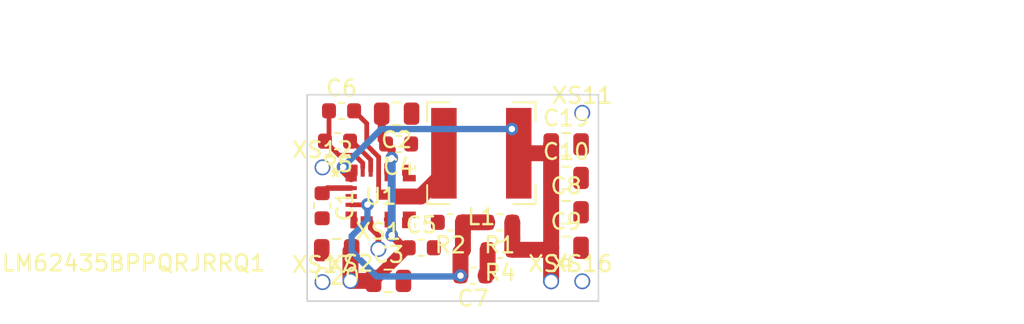
<source format=kicad_pcb>
(kicad_pcb (version 20171130) (host pcbnew "(5.1.5)-3")

  (general
    (thickness 1.6)
    (drawings 36)
    (tracks 87)
    (zones 0)
    (modules 25)
    (nets 13)
  )

  (page A4)
  (title_block
    (title BANO3)
    (date 2021-06-09)
    (rev 0000)
    (company Dolphines)
    (comment 1 0001)
    (comment 2 A.Zobenko)
  )

  (layers
    (0 F.Cu signal)
    (31 B.Cu signal)
    (32 B.Adhes user)
    (33 F.Adhes user)
    (34 B.Paste user)
    (35 F.Paste user)
    (36 B.SilkS user)
    (37 F.SilkS user)
    (38 B.Mask user)
    (39 F.Mask user)
    (40 Dwgs.User user)
    (41 Cmts.User user)
    (42 Eco1.User user)
    (43 Eco2.User user)
    (44 Edge.Cuts user)
    (45 Margin user)
    (46 B.CrtYd user)
    (47 F.CrtYd user)
    (48 B.Fab user)
    (49 F.Fab user)
  )

  (setup
    (last_trace_width 0.25)
    (user_trace_width 0.3)
    (user_trace_width 0.35)
    (user_trace_width 0.4)
    (user_trace_width 0.5)
    (user_trace_width 0.75)
    (user_trace_width 1)
    (trace_clearance 0.2)
    (zone_clearance 0.508)
    (zone_45_only no)
    (trace_min 0.2)
    (via_size 0.8)
    (via_drill 0.4)
    (via_min_size 0.4)
    (via_min_drill 0.3)
    (uvia_size 0.3)
    (uvia_drill 0.1)
    (uvias_allowed no)
    (uvia_min_size 0.2)
    (uvia_min_drill 0.1)
    (edge_width 0.05)
    (segment_width 0.2)
    (pcb_text_width 0.3)
    (pcb_text_size 1.5 1.5)
    (mod_edge_width 0.12)
    (mod_text_size 1 1)
    (mod_text_width 0.15)
    (pad_size 1.425 1.75)
    (pad_drill 0)
    (pad_to_mask_clearance 0.051)
    (solder_mask_min_width 0.25)
    (aux_axis_origin 0 0)
    (visible_elements 7FFFFFFF)
    (pcbplotparams
      (layerselection 0x010fc_ffffffff)
      (usegerberextensions false)
      (usegerberattributes false)
      (usegerberadvancedattributes false)
      (creategerberjobfile false)
      (excludeedgelayer true)
      (linewidth 0.100000)
      (plotframeref false)
      (viasonmask false)
      (mode 1)
      (useauxorigin false)
      (hpglpennumber 1)
      (hpglpenspeed 20)
      (hpglpendiameter 15.000000)
      (psnegative false)
      (psa4output false)
      (plotreference true)
      (plotvalue true)
      (plotinvisibletext false)
      (padsonsilk false)
      (subtractmaskfromsilk false)
      (outputformat 1)
      (mirror false)
      (drillshape 1)
      (scaleselection 1)
      (outputdirectory ""))
  )

  (net 0 "")
  (net 1 GND)
  (net 2 "Net-(C1-Pad1)")
  (net 3 VCC)
  (net 4 "Net-(C6-Pad1)")
  (net 5 "Net-(C6-Pad2)")
  (net 6 "Net-(C7-Pad2)")
  (net 7 "Net-(C7-Pad1)")
  (net 8 "Net-(C10-Pad1)")
  (net 9 "Net-(R5-Pad1)")
  (net 10 "Net-(XS11-Pad1)")
  (net 11 "Net-(XS12-Pad1)")
  (net 12 "Net-(U1-Pad7)")

  (net_class Default "Это класс цепей по умолчанию."
    (clearance 0.2)
    (trace_width 0.25)
    (via_dia 0.8)
    (via_drill 0.4)
    (uvia_dia 0.3)
    (uvia_drill 0.1)
    (add_net GND)
    (add_net "Net-(C1-Pad1)")
    (add_net "Net-(C10-Pad1)")
    (add_net "Net-(C6-Pad1)")
    (add_net "Net-(C6-Pad2)")
    (add_net "Net-(C7-Pad1)")
    (add_net "Net-(C7-Pad2)")
    (add_net "Net-(R5-Pad1)")
    (add_net "Net-(U1-Pad7)")
    (add_net "Net-(XS11-Pad1)")
    (add_net "Net-(XS12-Pad1)")
    (add_net VCC)
  )

  (module Capacitor_SMD:C_0603_1608Metric (layer F.Cu) (tedit 5B301BBE) (tstamp 60DA1099)
    (at 1031.7734 1000.2773 270)
    (descr "Capacitor SMD 0603 (1608 Metric), square (rectangular) end terminal, IPC_7351 nominal, (Body size source: http://www.tortai-tech.com/upload/download/2011102023233369053.pdf), generated with kicad-footprint-generator")
    (tags capacitor)
    (path /60C3557B)
    (attr smd)
    (fp_text reference C1 (at 0 -1.43 90) (layer F.SilkS)
      (effects (font (size 1 1) (thickness 0.15)))
    )
    (fp_text value 1uF (at 0 1.43 90) (layer F.Fab)
      (effects (font (size 1 1) (thickness 0.15)))
    )
    (fp_text user %R (at 0 0 90) (layer F.Fab)
      (effects (font (size 0.4 0.4) (thickness 0.06)))
    )
    (fp_line (start 1.48 0.73) (end -1.48 0.73) (layer F.CrtYd) (width 0.05))
    (fp_line (start 1.48 -0.73) (end 1.48 0.73) (layer F.CrtYd) (width 0.05))
    (fp_line (start -1.48 -0.73) (end 1.48 -0.73) (layer F.CrtYd) (width 0.05))
    (fp_line (start -1.48 0.73) (end -1.48 -0.73) (layer F.CrtYd) (width 0.05))
    (fp_line (start -0.162779 0.51) (end 0.162779 0.51) (layer F.SilkS) (width 0.12))
    (fp_line (start -0.162779 -0.51) (end 0.162779 -0.51) (layer F.SilkS) (width 0.12))
    (fp_line (start 0.8 0.4) (end -0.8 0.4) (layer F.Fab) (width 0.1))
    (fp_line (start 0.8 -0.4) (end 0.8 0.4) (layer F.Fab) (width 0.1))
    (fp_line (start -0.8 -0.4) (end 0.8 -0.4) (layer F.Fab) (width 0.1))
    (fp_line (start -0.8 0.4) (end -0.8 -0.4) (layer F.Fab) (width 0.1))
    (pad 2 smd roundrect (at 0.7875 0 270) (size 0.875 0.95) (layers F.Cu F.Paste F.Mask) (roundrect_rratio 0.25)
      (net 1 GND))
    (pad 1 smd roundrect (at -0.7875 0 270) (size 0.875 0.95) (layers F.Cu F.Paste F.Mask) (roundrect_rratio 0.25)
      (net 2 "Net-(C1-Pad1)"))
    (model ${KISYS3DMOD}/Capacitor_SMD.3dshapes/C_0603_1608Metric.wrl
      (at (xyz 0 0 0))
      (scale (xyz 1 1 1))
      (rotate (xyz 0 0 0))
    )
  )

  (module Capacitor_SMD:C_0805_2012Metric (layer F.Cu) (tedit 5B36C52B) (tstamp 60DA10AA)
    (at 1036.4493 994.4862 180)
    (descr "Capacitor SMD 0805 (2012 Metric), square (rectangular) end terminal, IPC_7351 nominal, (Body size source: https://docs.google.com/spreadsheets/d/1BsfQQcO9C6DZCsRaXUlFlo91Tg2WpOkGARC1WS5S8t0/edit?usp=sharing), generated with kicad-footprint-generator")
    (tags capacitor)
    (path /60C02A31)
    (attr smd)
    (fp_text reference C2 (at 0 -1.65) (layer F.SilkS)
      (effects (font (size 1 1) (thickness 0.15)))
    )
    (fp_text value 4.7uF (at 0 1.65) (layer F.Fab)
      (effects (font (size 1 1) (thickness 0.15)))
    )
    (fp_line (start -1 0.6) (end -1 -0.6) (layer F.Fab) (width 0.1))
    (fp_line (start -1 -0.6) (end 1 -0.6) (layer F.Fab) (width 0.1))
    (fp_line (start 1 -0.6) (end 1 0.6) (layer F.Fab) (width 0.1))
    (fp_line (start 1 0.6) (end -1 0.6) (layer F.Fab) (width 0.1))
    (fp_line (start -0.258578 -0.71) (end 0.258578 -0.71) (layer F.SilkS) (width 0.12))
    (fp_line (start -0.258578 0.71) (end 0.258578 0.71) (layer F.SilkS) (width 0.12))
    (fp_line (start -1.68 0.95) (end -1.68 -0.95) (layer F.CrtYd) (width 0.05))
    (fp_line (start -1.68 -0.95) (end 1.68 -0.95) (layer F.CrtYd) (width 0.05))
    (fp_line (start 1.68 -0.95) (end 1.68 0.95) (layer F.CrtYd) (width 0.05))
    (fp_line (start 1.68 0.95) (end -1.68 0.95) (layer F.CrtYd) (width 0.05))
    (fp_text user %R (at 0 0) (layer F.Fab)
      (effects (font (size 0.5 0.5) (thickness 0.08)))
    )
    (pad 1 smd roundrect (at -0.9375 0 180) (size 0.975 1.4) (layers F.Cu F.Paste F.Mask) (roundrect_rratio 0.25)
      (net 1 GND))
    (pad 2 smd roundrect (at 0.9375 0 180) (size 0.975 1.4) (layers F.Cu F.Paste F.Mask) (roundrect_rratio 0.25)
      (net 3 VCC))
    (model ${KISYS3DMOD}/Capacitor_SMD.3dshapes/C_0805_2012Metric.wrl
      (at (xyz 0 0 0))
      (scale (xyz 1 1 1))
      (rotate (xyz 0 0 0))
    )
  )

  (module Capacitor_SMD:C_0805_2012Metric (layer F.Cu) (tedit 5B36C52B) (tstamp 60DA10BB)
    (at 1035.9413 1005.0018)
    (descr "Capacitor SMD 0805 (2012 Metric), square (rectangular) end terminal, IPC_7351 nominal, (Body size source: https://docs.google.com/spreadsheets/d/1BsfQQcO9C6DZCsRaXUlFlo91Tg2WpOkGARC1WS5S8t0/edit?usp=sharing), generated with kicad-footprint-generator")
    (tags capacitor)
    (path /60BFA4F2)
    (attr smd)
    (fp_text reference C3 (at 0 -1.65) (layer F.SilkS)
      (effects (font (size 1 1) (thickness 0.15)))
    )
    (fp_text value 4.7uF (at 0 1.65) (layer F.Fab)
      (effects (font (size 1 1) (thickness 0.15)))
    )
    (fp_line (start -1 0.6) (end -1 -0.6) (layer F.Fab) (width 0.1))
    (fp_line (start -1 -0.6) (end 1 -0.6) (layer F.Fab) (width 0.1))
    (fp_line (start 1 -0.6) (end 1 0.6) (layer F.Fab) (width 0.1))
    (fp_line (start 1 0.6) (end -1 0.6) (layer F.Fab) (width 0.1))
    (fp_line (start -0.258578 -0.71) (end 0.258578 -0.71) (layer F.SilkS) (width 0.12))
    (fp_line (start -0.258578 0.71) (end 0.258578 0.71) (layer F.SilkS) (width 0.12))
    (fp_line (start -1.68 0.95) (end -1.68 -0.95) (layer F.CrtYd) (width 0.05))
    (fp_line (start -1.68 -0.95) (end 1.68 -0.95) (layer F.CrtYd) (width 0.05))
    (fp_line (start 1.68 -0.95) (end 1.68 0.95) (layer F.CrtYd) (width 0.05))
    (fp_line (start 1.68 0.95) (end -1.68 0.95) (layer F.CrtYd) (width 0.05))
    (fp_text user %R (at 0 0) (layer F.Fab)
      (effects (font (size 0.5 0.5) (thickness 0.08)))
    )
    (pad 1 smd roundrect (at -0.9375 0) (size 0.975 1.4) (layers F.Cu F.Paste F.Mask) (roundrect_rratio 0.25)
      (net 3 VCC))
    (pad 2 smd roundrect (at 0.9375 0) (size 0.975 1.4) (layers F.Cu F.Paste F.Mask) (roundrect_rratio 0.25)
      (net 1 GND))
    (model ${KISYS3DMOD}/Capacitor_SMD.3dshapes/C_0805_2012Metric.wrl
      (at (xyz 0 0 0))
      (scale (xyz 1 1 1))
      (rotate (xyz 0 0 0))
    )
  )

  (module Capacitor_SMD:C_0603_1608Metric (layer F.Cu) (tedit 5B301BBE) (tstamp 60DA10CC)
    (at 1036.5739 996.3912 180)
    (descr "Capacitor SMD 0603 (1608 Metric), square (rectangular) end terminal, IPC_7351 nominal, (Body size source: http://www.tortai-tech.com/upload/download/2011102023233369053.pdf), generated with kicad-footprint-generator")
    (tags capacitor)
    (path /60C1A404)
    (attr smd)
    (fp_text reference C4 (at 0 -1.43) (layer F.SilkS)
      (effects (font (size 1 1) (thickness 0.15)))
    )
    (fp_text value 2.2nF (at 0 1.43) (layer F.Fab)
      (effects (font (size 1 1) (thickness 0.15)))
    )
    (fp_line (start -0.8 0.4) (end -0.8 -0.4) (layer F.Fab) (width 0.1))
    (fp_line (start -0.8 -0.4) (end 0.8 -0.4) (layer F.Fab) (width 0.1))
    (fp_line (start 0.8 -0.4) (end 0.8 0.4) (layer F.Fab) (width 0.1))
    (fp_line (start 0.8 0.4) (end -0.8 0.4) (layer F.Fab) (width 0.1))
    (fp_line (start -0.162779 -0.51) (end 0.162779 -0.51) (layer F.SilkS) (width 0.12))
    (fp_line (start -0.162779 0.51) (end 0.162779 0.51) (layer F.SilkS) (width 0.12))
    (fp_line (start -1.48 0.73) (end -1.48 -0.73) (layer F.CrtYd) (width 0.05))
    (fp_line (start -1.48 -0.73) (end 1.48 -0.73) (layer F.CrtYd) (width 0.05))
    (fp_line (start 1.48 -0.73) (end 1.48 0.73) (layer F.CrtYd) (width 0.05))
    (fp_line (start 1.48 0.73) (end -1.48 0.73) (layer F.CrtYd) (width 0.05))
    (fp_text user %R (at 0 0) (layer F.Fab)
      (effects (font (size 0.4 0.4) (thickness 0.06)))
    )
    (pad 1 smd roundrect (at -0.7875 0 180) (size 0.875 0.95) (layers F.Cu F.Paste F.Mask) (roundrect_rratio 0.25)
      (net 1 GND))
    (pad 2 smd roundrect (at 0.7875 0 180) (size 0.875 0.95) (layers F.Cu F.Paste F.Mask) (roundrect_rratio 0.25)
      (net 3 VCC))
    (model ${KISYS3DMOD}/Capacitor_SMD.3dshapes/C_0603_1608Metric.wrl
      (at (xyz 0 0 0))
      (scale (xyz 1 1 1))
      (rotate (xyz 0 0 0))
    )
  )

  (module Capacitor_SMD:C_0805_2012Metric (layer F.Cu) (tedit 5B36C52B) (tstamp 60DA1110)
    (at 1047.0919 1000.6838)
    (descr "Capacitor SMD 0805 (2012 Metric), square (rectangular) end terminal, IPC_7351 nominal, (Body size source: https://docs.google.com/spreadsheets/d/1BsfQQcO9C6DZCsRaXUlFlo91Tg2WpOkGARC1WS5S8t0/edit?usp=sharing), generated with kicad-footprint-generator")
    (tags capacitor)
    (path /60BFB075)
    (attr smd)
    (fp_text reference C8 (at 0 -1.65) (layer F.SilkS)
      (effects (font (size 1 1) (thickness 0.15)))
    )
    (fp_text value 22uF (at 0 1.65) (layer F.Fab)
      (effects (font (size 1 1) (thickness 0.15)))
    )
    (fp_text user %R (at 0 0) (layer F.Fab)
      (effects (font (size 0.5 0.5) (thickness 0.08)))
    )
    (fp_line (start 1.68 0.95) (end -1.68 0.95) (layer F.CrtYd) (width 0.05))
    (fp_line (start 1.68 -0.95) (end 1.68 0.95) (layer F.CrtYd) (width 0.05))
    (fp_line (start -1.68 -0.95) (end 1.68 -0.95) (layer F.CrtYd) (width 0.05))
    (fp_line (start -1.68 0.95) (end -1.68 -0.95) (layer F.CrtYd) (width 0.05))
    (fp_line (start -0.258578 0.71) (end 0.258578 0.71) (layer F.SilkS) (width 0.12))
    (fp_line (start -0.258578 -0.71) (end 0.258578 -0.71) (layer F.SilkS) (width 0.12))
    (fp_line (start 1 0.6) (end -1 0.6) (layer F.Fab) (width 0.1))
    (fp_line (start 1 -0.6) (end 1 0.6) (layer F.Fab) (width 0.1))
    (fp_line (start -1 -0.6) (end 1 -0.6) (layer F.Fab) (width 0.1))
    (fp_line (start -1 0.6) (end -1 -0.6) (layer F.Fab) (width 0.1))
    (pad 2 smd roundrect (at 0.9375 0) (size 0.975 1.4) (layers F.Cu F.Paste F.Mask) (roundrect_rratio 0.25)
      (net 1 GND))
    (pad 1 smd roundrect (at -0.9375 0) (size 0.975 1.4) (layers F.Cu F.Paste F.Mask) (roundrect_rratio 0.25)
      (net 8 "Net-(C10-Pad1)"))
    (model ${KISYS3DMOD}/Capacitor_SMD.3dshapes/C_0805_2012Metric.wrl
      (at (xyz 0 0 0))
      (scale (xyz 1 1 1))
      (rotate (xyz 0 0 0))
    )
  )

  (module Capacitor_SMD:C_0805_2012Metric (layer F.Cu) (tedit 5B36C52B) (tstamp 60DA1121)
    (at 1047.0896 1002.919)
    (descr "Capacitor SMD 0805 (2012 Metric), square (rectangular) end terminal, IPC_7351 nominal, (Body size source: https://docs.google.com/spreadsheets/d/1BsfQQcO9C6DZCsRaXUlFlo91Tg2WpOkGARC1WS5S8t0/edit?usp=sharing), generated with kicad-footprint-generator")
    (tags capacitor)
    (path /60C0D3AE)
    (attr smd)
    (fp_text reference C9 (at 0 -1.65) (layer F.SilkS)
      (effects (font (size 1 1) (thickness 0.15)))
    )
    (fp_text value 22uF (at 0 1.65) (layer F.Fab)
      (effects (font (size 1 1) (thickness 0.15)))
    )
    (fp_line (start -1 0.6) (end -1 -0.6) (layer F.Fab) (width 0.1))
    (fp_line (start -1 -0.6) (end 1 -0.6) (layer F.Fab) (width 0.1))
    (fp_line (start 1 -0.6) (end 1 0.6) (layer F.Fab) (width 0.1))
    (fp_line (start 1 0.6) (end -1 0.6) (layer F.Fab) (width 0.1))
    (fp_line (start -0.258578 -0.71) (end 0.258578 -0.71) (layer F.SilkS) (width 0.12))
    (fp_line (start -0.258578 0.71) (end 0.258578 0.71) (layer F.SilkS) (width 0.12))
    (fp_line (start -1.68 0.95) (end -1.68 -0.95) (layer F.CrtYd) (width 0.05))
    (fp_line (start -1.68 -0.95) (end 1.68 -0.95) (layer F.CrtYd) (width 0.05))
    (fp_line (start 1.68 -0.95) (end 1.68 0.95) (layer F.CrtYd) (width 0.05))
    (fp_line (start 1.68 0.95) (end -1.68 0.95) (layer F.CrtYd) (width 0.05))
    (fp_text user %R (at 0 0) (layer F.Fab)
      (effects (font (size 0.5 0.5) (thickness 0.08)))
    )
    (pad 1 smd roundrect (at -0.9375 0) (size 0.975 1.4) (layers F.Cu F.Paste F.Mask) (roundrect_rratio 0.25)
      (net 8 "Net-(C10-Pad1)"))
    (pad 2 smd roundrect (at 0.9375 0) (size 0.975 1.4) (layers F.Cu F.Paste F.Mask) (roundrect_rratio 0.25)
      (net 1 GND))
    (model ${KISYS3DMOD}/Capacitor_SMD.3dshapes/C_0805_2012Metric.wrl
      (at (xyz 0 0 0))
      (scale (xyz 1 1 1))
      (rotate (xyz 0 0 0))
    )
  )

  (module Capacitor_SMD:C_0805_2012Metric (layer F.Cu) (tedit 5B36C52B) (tstamp 60DA1132)
    (at 1047.0919 998.5248)
    (descr "Capacitor SMD 0805 (2012 Metric), square (rectangular) end terminal, IPC_7351 nominal, (Body size source: https://docs.google.com/spreadsheets/d/1BsfQQcO9C6DZCsRaXUlFlo91Tg2WpOkGARC1WS5S8t0/edit?usp=sharing), generated with kicad-footprint-generator")
    (tags capacitor)
    (path /60C0DCE3)
    (attr smd)
    (fp_text reference C10 (at 0 -1.65) (layer F.SilkS)
      (effects (font (size 1 1) (thickness 0.15)))
    )
    (fp_text value 22uF (at 0 1.65) (layer F.Fab)
      (effects (font (size 1 1) (thickness 0.15)))
    )
    (fp_line (start -1 0.6) (end -1 -0.6) (layer F.Fab) (width 0.1))
    (fp_line (start -1 -0.6) (end 1 -0.6) (layer F.Fab) (width 0.1))
    (fp_line (start 1 -0.6) (end 1 0.6) (layer F.Fab) (width 0.1))
    (fp_line (start 1 0.6) (end -1 0.6) (layer F.Fab) (width 0.1))
    (fp_line (start -0.258578 -0.71) (end 0.258578 -0.71) (layer F.SilkS) (width 0.12))
    (fp_line (start -0.258578 0.71) (end 0.258578 0.71) (layer F.SilkS) (width 0.12))
    (fp_line (start -1.68 0.95) (end -1.68 -0.95) (layer F.CrtYd) (width 0.05))
    (fp_line (start -1.68 -0.95) (end 1.68 -0.95) (layer F.CrtYd) (width 0.05))
    (fp_line (start 1.68 -0.95) (end 1.68 0.95) (layer F.CrtYd) (width 0.05))
    (fp_line (start 1.68 0.95) (end -1.68 0.95) (layer F.CrtYd) (width 0.05))
    (fp_text user %R (at 0 0) (layer F.Fab)
      (effects (font (size 0.5 0.5) (thickness 0.08)))
    )
    (pad 1 smd roundrect (at -0.9375 0) (size 0.975 1.4) (layers F.Cu F.Paste F.Mask) (roundrect_rratio 0.25)
      (net 8 "Net-(C10-Pad1)"))
    (pad 2 smd roundrect (at 0.9375 0) (size 0.975 1.4) (layers F.Cu F.Paste F.Mask) (roundrect_rratio 0.25)
      (net 1 GND))
    (model ${KISYS3DMOD}/Capacitor_SMD.3dshapes/C_0805_2012Metric.wrl
      (at (xyz 0 0 0))
      (scale (xyz 1 1 1))
      (rotate (xyz 0 0 0))
    )
  )

  (module Resistor_SMD:R_0603_1608Metric (layer F.Cu) (tedit 5B301BBD) (tstamp 60DA11ED)
    (at 1042.9239 1001.3188 180)
    (descr "Resistor SMD 0603 (1608 Metric), square (rectangular) end terminal, IPC_7351 nominal, (Body size source: http://www.tortai-tech.com/upload/download/2011102023233369053.pdf), generated with kicad-footprint-generator")
    (tags resistor)
    (path /60BF93B8)
    (attr smd)
    (fp_text reference R1 (at 0 -1.43) (layer F.SilkS)
      (effects (font (size 1 1) (thickness 0.15)))
    )
    (fp_text value 100k (at 0 1.43) (layer F.Fab)
      (effects (font (size 1 1) (thickness 0.15)))
    )
    (fp_line (start -0.8 0.4) (end -0.8 -0.4) (layer F.Fab) (width 0.1))
    (fp_line (start -0.8 -0.4) (end 0.8 -0.4) (layer F.Fab) (width 0.1))
    (fp_line (start 0.8 -0.4) (end 0.8 0.4) (layer F.Fab) (width 0.1))
    (fp_line (start 0.8 0.4) (end -0.8 0.4) (layer F.Fab) (width 0.1))
    (fp_line (start -0.162779 -0.51) (end 0.162779 -0.51) (layer F.SilkS) (width 0.12))
    (fp_line (start -0.162779 0.51) (end 0.162779 0.51) (layer F.SilkS) (width 0.12))
    (fp_line (start -1.48 0.73) (end -1.48 -0.73) (layer F.CrtYd) (width 0.05))
    (fp_line (start -1.48 -0.73) (end 1.48 -0.73) (layer F.CrtYd) (width 0.05))
    (fp_line (start 1.48 -0.73) (end 1.48 0.73) (layer F.CrtYd) (width 0.05))
    (fp_line (start 1.48 0.73) (end -1.48 0.73) (layer F.CrtYd) (width 0.05))
    (fp_text user %R (at 0 0) (layer F.Fab)
      (effects (font (size 0.4 0.4) (thickness 0.06)))
    )
    (pad 1 smd roundrect (at -0.7875 0 180) (size 0.875 0.95) (layers F.Cu F.Paste F.Mask) (roundrect_rratio 0.25)
      (net 8 "Net-(C10-Pad1)"))
    (pad 2 smd roundrect (at 0.7875 0 180) (size 0.875 0.95) (layers F.Cu F.Paste F.Mask) (roundrect_rratio 0.25)
      (net 6 "Net-(C7-Pad2)"))
    (model ${KISYS3DMOD}/Resistor_SMD.3dshapes/R_0603_1608Metric.wrl
      (at (xyz 0 0 0))
      (scale (xyz 1 1 1))
      (rotate (xyz 0 0 0))
    )
  )

  (module Resistor_SMD:R_0603_1608Metric (layer F.Cu) (tedit 5B301BBD) (tstamp 60DA11FE)
    (at 1039.8251 1001.3188 180)
    (descr "Resistor SMD 0603 (1608 Metric), square (rectangular) end terminal, IPC_7351 nominal, (Body size source: http://www.tortai-tech.com/upload/download/2011102023233369053.pdf), generated with kicad-footprint-generator")
    (tags resistor)
    (path /60BF97DB)
    (attr smd)
    (fp_text reference R2 (at 0 -1.43) (layer F.SilkS)
      (effects (font (size 1 1) (thickness 0.15)))
    )
    (fp_text value 43.2k (at 0 1.43) (layer F.Fab)
      (effects (font (size 1 1) (thickness 0.15)))
    )
    (fp_text user %R (at 0 0) (layer F.Fab)
      (effects (font (size 0.4 0.4) (thickness 0.06)))
    )
    (fp_line (start 1.48 0.73) (end -1.48 0.73) (layer F.CrtYd) (width 0.05))
    (fp_line (start 1.48 -0.73) (end 1.48 0.73) (layer F.CrtYd) (width 0.05))
    (fp_line (start -1.48 -0.73) (end 1.48 -0.73) (layer F.CrtYd) (width 0.05))
    (fp_line (start -1.48 0.73) (end -1.48 -0.73) (layer F.CrtYd) (width 0.05))
    (fp_line (start -0.162779 0.51) (end 0.162779 0.51) (layer F.SilkS) (width 0.12))
    (fp_line (start -0.162779 -0.51) (end 0.162779 -0.51) (layer F.SilkS) (width 0.12))
    (fp_line (start 0.8 0.4) (end -0.8 0.4) (layer F.Fab) (width 0.1))
    (fp_line (start 0.8 -0.4) (end 0.8 0.4) (layer F.Fab) (width 0.1))
    (fp_line (start -0.8 -0.4) (end 0.8 -0.4) (layer F.Fab) (width 0.1))
    (fp_line (start -0.8 0.4) (end -0.8 -0.4) (layer F.Fab) (width 0.1))
    (pad 2 smd roundrect (at 0.7875 0 180) (size 0.875 0.95) (layers F.Cu F.Paste F.Mask) (roundrect_rratio 0.25)
      (net 1 GND))
    (pad 1 smd roundrect (at -0.7875 0 180) (size 0.875 0.95) (layers F.Cu F.Paste F.Mask) (roundrect_rratio 0.25)
      (net 6 "Net-(C7-Pad2)"))
    (model ${KISYS3DMOD}/Resistor_SMD.3dshapes/R_0603_1608Metric.wrl
      (at (xyz 0 0 0))
      (scale (xyz 1 1 1))
      (rotate (xyz 0 0 0))
    )
  )

  (module Resistor_SMD:R_0603_1608Metric (layer F.Cu) (tedit 5B301BBD) (tstamp 60DA1220)
    (at 1042.9495 1003.046 180)
    (descr "Resistor SMD 0603 (1608 Metric), square (rectangular) end terminal, IPC_7351 nominal, (Body size source: http://www.tortai-tech.com/upload/download/2011102023233369053.pdf), generated with kicad-footprint-generator")
    (tags resistor)
    (path /60C01303)
    (attr smd)
    (fp_text reference R4 (at 0 -1.43) (layer F.SilkS)
      (effects (font (size 1 1) (thickness 0.15)))
    )
    (fp_text value 1k (at 0 1.43) (layer F.Fab)
      (effects (font (size 1 1) (thickness 0.15)))
    )
    (fp_line (start -0.8 0.4) (end -0.8 -0.4) (layer F.Fab) (width 0.1))
    (fp_line (start -0.8 -0.4) (end 0.8 -0.4) (layer F.Fab) (width 0.1))
    (fp_line (start 0.8 -0.4) (end 0.8 0.4) (layer F.Fab) (width 0.1))
    (fp_line (start 0.8 0.4) (end -0.8 0.4) (layer F.Fab) (width 0.1))
    (fp_line (start -0.162779 -0.51) (end 0.162779 -0.51) (layer F.SilkS) (width 0.12))
    (fp_line (start -0.162779 0.51) (end 0.162779 0.51) (layer F.SilkS) (width 0.12))
    (fp_line (start -1.48 0.73) (end -1.48 -0.73) (layer F.CrtYd) (width 0.05))
    (fp_line (start -1.48 -0.73) (end 1.48 -0.73) (layer F.CrtYd) (width 0.05))
    (fp_line (start 1.48 -0.73) (end 1.48 0.73) (layer F.CrtYd) (width 0.05))
    (fp_line (start 1.48 0.73) (end -1.48 0.73) (layer F.CrtYd) (width 0.05))
    (fp_text user %R (at 0 0) (layer F.Fab)
      (effects (font (size 0.4 0.4) (thickness 0.06)))
    )
    (pad 1 smd roundrect (at -0.7875 0 180) (size 0.875 0.95) (layers F.Cu F.Paste F.Mask) (roundrect_rratio 0.25)
      (net 8 "Net-(C10-Pad1)"))
    (pad 2 smd roundrect (at 0.7875 0 180) (size 0.875 0.95) (layers F.Cu F.Paste F.Mask) (roundrect_rratio 0.25)
      (net 7 "Net-(C7-Pad1)"))
    (model ${KISYS3DMOD}/Resistor_SMD.3dshapes/R_0603_1608Metric.wrl
      (at (xyz 0 0 0))
      (scale (xyz 1 1 1))
      (rotate (xyz 0 0 0))
    )
  )

  (module Resistor_SMD:R_0603_1608Metric (layer F.Cu) (tedit 5B301BBD) (tstamp 60DA1231)
    (at 1032.7385 996.2134 180)
    (descr "Resistor SMD 0603 (1608 Metric), square (rectangular) end terminal, IPC_7351 nominal, (Body size source: http://www.tortai-tech.com/upload/download/2011102023233369053.pdf), generated with kicad-footprint-generator")
    (tags resistor)
    (path /60DD2C72)
    (attr smd)
    (fp_text reference R5 (at 0 -1.43) (layer F.SilkS)
      (effects (font (size 1 1) (thickness 0.15)))
    )
    (fp_text value 100 (at 0 1.43) (layer F.Fab)
      (effects (font (size 1 1) (thickness 0.15)))
    )
    (fp_line (start -0.8 0.4) (end -0.8 -0.4) (layer F.Fab) (width 0.1))
    (fp_line (start -0.8 -0.4) (end 0.8 -0.4) (layer F.Fab) (width 0.1))
    (fp_line (start 0.8 -0.4) (end 0.8 0.4) (layer F.Fab) (width 0.1))
    (fp_line (start 0.8 0.4) (end -0.8 0.4) (layer F.Fab) (width 0.1))
    (fp_line (start -0.162779 -0.51) (end 0.162779 -0.51) (layer F.SilkS) (width 0.12))
    (fp_line (start -0.162779 0.51) (end 0.162779 0.51) (layer F.SilkS) (width 0.12))
    (fp_line (start -1.48 0.73) (end -1.48 -0.73) (layer F.CrtYd) (width 0.05))
    (fp_line (start -1.48 -0.73) (end 1.48 -0.73) (layer F.CrtYd) (width 0.05))
    (fp_line (start 1.48 -0.73) (end 1.48 0.73) (layer F.CrtYd) (width 0.05))
    (fp_line (start 1.48 0.73) (end -1.48 0.73) (layer F.CrtYd) (width 0.05))
    (fp_text user %R (at 0 0) (layer F.Fab)
      (effects (font (size 0.4 0.4) (thickness 0.06)))
    )
    (pad 1 smd roundrect (at -0.7875 0 180) (size 0.875 0.95) (layers F.Cu F.Paste F.Mask) (roundrect_rratio 0.25)
      (net 9 "Net-(R5-Pad1)"))
    (pad 2 smd roundrect (at 0.7875 0 180) (size 0.875 0.95) (layers F.Cu F.Paste F.Mask) (roundrect_rratio 0.25)
      (net 4 "Net-(C6-Pad1)"))
    (model ${KISYS3DMOD}/Resistor_SMD.3dshapes/R_0603_1608Metric.wrl
      (at (xyz 0 0 0))
      (scale (xyz 1 1 1))
      (rotate (xyz 0 0 0))
    )
  )

  (module LM62435BPPQRJRRQ1:LM62435BPPQRJRRQ1 (layer F.Cu) (tedit 0) (tstamp 60DA12AF)
    (at 1035.446999 999.6932)
    (path /60D504B8)
    (fp_text reference U1 (at 0 0) (layer F.SilkS)
      (effects (font (size 1 1) (thickness 0.15)))
    )
    (fp_text value LM62435BPPQRJRRQ1 (at -15.509999 4.191) (layer F.SilkS)
      (effects (font (size 1 1) (thickness 0.15)))
    )
    (fp_text user "Copyright 2021 Accelerated Designs. All rights reserved." (at 0 0) (layer Cmts.User)
      (effects (font (size 0.127 0.127) (thickness 0.002)))
    )
    (fp_text user * (at -2.8406 -1.1685) (layer F.SilkS)
      (effects (font (size 1 1) (thickness 0.15)))
    )
    (fp_text user * (at -1.4224 -1.143) (layer F.Fab)
      (effects (font (size 1 1) (thickness 0.15)))
    )
    (fp_text user 0.021in/0.525mm (at -3.8336 -0.2625) (layer Dwgs.User)
      (effects (font (size 1 1) (thickness 0.15)))
    )
    (fp_text user 0.028in/0.711mm (at -1.85 -4.648001) (layer Dwgs.User)
      (effects (font (size 1 1) (thickness 0.15)))
    )
    (fp_text user 0.012in/0.305mm (at -4.898 1.600001) (layer Dwgs.User)
      (effects (font (size 1 1) (thickness 0.15)))
    )
    (fp_text user 0.146in/3.7mm (at 0 7.188001) (layer Dwgs.User)
      (effects (font (size 1 1) (thickness 0.15)))
    )
    (fp_text user 0.126in/3.2mm (at 7.438 0.635) (layer Dwgs.User)
      (effects (font (size 1 1) (thickness 0.15)))
    )
    (fp_text user * (at -2.8406 -1.1685) (layer F.SilkS)
      (effects (font (size 1 1) (thickness 0.15)))
    )
    (fp_text user * (at -1.4224 -1.143) (layer F.Fab)
      (effects (font (size 1 1) (thickness 0.15)))
    )
    (fp_line (start 2.1717 1.68594) (end 2.1717 1.9304) (layer F.SilkS) (width 0.12))
    (fp_line (start 2.1717 -1.9304) (end 2.1717 -1.68594) (layer F.SilkS) (width 0.12))
    (fp_line (start -2.0447 -0.5334) (end -0.7747 -1.8034) (layer F.Fab) (width 0.1))
    (fp_line (start -2.0447 1.8034) (end 2.0447 1.8034) (layer F.Fab) (width 0.1))
    (fp_line (start 2.0447 1.8034) (end 2.0447 -1.8034) (layer F.Fab) (width 0.1))
    (fp_line (start 2.0447 -1.8034) (end -2.0447 -1.8034) (layer F.Fab) (width 0.1))
    (fp_line (start -2.0447 -1.8034) (end -2.0447 1.8034) (layer F.Fab) (width 0.1))
    (fp_poly (pts (xy 0.309499 -2.209599) (xy 0.309499 -2.463599) (xy 0.690499 -2.463599) (xy 0.690499 -2.209599)) (layer F.SilkS) (width 0.1))
    (fp_poly (pts (xy 1.393599 -1.3532) (xy 1.393599 -1.9453) (xy 1.711099 -1.9453) (xy 1.711099 -1.3532)) (layer F.Paste) (width 0.1))
    (fp_poly (pts (xy -1.494399 1.3532) (xy -1.494399 1.955599) (xy -1.849999 1.955599) (xy -1.849999 1.3532)) (layer F.Cu) (width 0.1))
    (fp_poly (pts (xy -1.494399 -1.3532) (xy -1.494399 -1.955599) (xy -1.849999 -1.955599) (xy -1.849999 -1.3532)) (layer F.Cu) (width 0.1))
    (fp_poly (pts (xy 1.393599 1.3532) (xy 1.393599 1.9453) (xy 1.711099 1.9453) (xy 1.711099 1.3532)) (layer F.Cu) (width 0.1))
    (fp_poly (pts (xy 1.393599 -1.3532) (xy 1.393599 -1.9453) (xy 1.711099 -1.9453) (xy 1.711099 -1.3532)) (layer F.Cu) (width 0.1))
    (fp_poly (pts (xy -1.494399 -1.3532) (xy -1.494399 -1.955599) (xy -1.849999 -1.955599) (xy -1.849999 -1.3532)) (layer F.Paste) (width 0.1))
    (fp_poly (pts (xy -1.494399 1.3532) (xy -1.494399 1.955599) (xy -1.849999 1.955599) (xy -1.849999 1.3532)) (layer F.Paste) (width 0.1))
    (fp_poly (pts (xy 1.393599 1.3532) (xy 1.393599 1.9453) (xy 1.711099 1.9453) (xy 1.711099 1.3532)) (layer F.Paste) (width 0.1))
    (fp_line (start 2.2987 0.6928) (end 2.2987 0.4572) (layer F.CrtYd) (width 0.05))
    (fp_line (start 2.2987 0.4572) (end 2.447801 0.4572) (layer F.CrtYd) (width 0.05))
    (fp_line (start 2.447801 0.4572) (end 2.447801 -0.4572) (layer F.CrtYd) (width 0.05))
    (fp_line (start 2.447801 -0.4572) (end 2.2987 -0.4572) (layer F.CrtYd) (width 0.05))
    (fp_line (start 2.2987 -0.4572) (end 2.2987 -0.6928) (layer F.CrtYd) (width 0.05))
    (fp_line (start 2.2987 -0.6928) (end 2.460399 -0.6928) (layer F.CrtYd) (width 0.05))
    (fp_line (start 2.460399 -0.6928) (end 2.460399 -1.6072) (layer F.CrtYd) (width 0.05))
    (fp_line (start 2.460399 -1.6072) (end 2.2987 -1.6072) (layer F.CrtYd) (width 0.05))
    (fp_line (start 2.2987 -1.6072) (end 2.2987 -2.0574) (layer F.CrtYd) (width 0.05))
    (fp_line (start 2.2987 -2.0574) (end 1.965099 -2.0574) (layer F.CrtYd) (width 0.05))
    (fp_line (start 1.965099 -2.0574) (end 1.965099 -2.1993) (layer F.CrtYd) (width 0.05))
    (fp_line (start 1.965099 -2.1993) (end 1.139599 -2.1993) (layer F.CrtYd) (width 0.05))
    (fp_line (start 1.139599 -2.1993) (end 1.139599 -2.0574) (layer F.CrtYd) (width 0.05))
    (fp_line (start 1.139599 -2.0574) (end 0.907199 -2.0574) (layer F.CrtYd) (width 0.05))
    (fp_line (start 0.907199 -2.0574) (end 0.907199 -2.1993) (layer F.CrtYd) (width 0.05))
    (fp_line (start 0.907199 -2.1993) (end -0.007201 -2.1993) (layer F.CrtYd) (width 0.05))
    (fp_line (start -0.007201 -2.1993) (end -0.007201 -2.0574) (layer F.CrtYd) (width 0.05))
    (fp_line (start -0.007201 -2.0574) (end -0.244 -2.0574) (layer F.CrtYd) (width 0.05))
    (fp_line (start -0.244 -2.0574) (end -0.244 -2.209599) (layer F.CrtYd) (width 0.05))
    (fp_line (start -0.244 -2.209599) (end -2.103999 -2.209599) (layer F.CrtYd) (width 0.05))
    (fp_line (start -2.103999 -2.209599) (end -2.103999 -2.0574) (layer F.CrtYd) (width 0.05))
    (fp_line (start -2.103999 -2.0574) (end -2.2987 -2.0574) (layer F.CrtYd) (width 0.05))
    (fp_line (start -2.2987 -2.0574) (end -2.2987 -1.6072) (layer F.CrtYd) (width 0.05))
    (fp_line (start -2.2987 -1.6072) (end -2.459599 -1.6072) (layer F.CrtYd) (width 0.05))
    (fp_line (start -2.459599 -1.6072) (end -2.459599 1.6072) (layer F.CrtYd) (width 0.05))
    (fp_line (start -2.459599 1.6072) (end -2.2987 1.6072) (layer F.CrtYd) (width 0.05))
    (fp_line (start -2.2987 1.6072) (end -2.2987 2.0574) (layer F.CrtYd) (width 0.05))
    (fp_line (start -2.2987 2.0574) (end -2.103999 2.0574) (layer F.CrtYd) (width 0.05))
    (fp_line (start -2.103999 2.0574) (end -2.103999 2.209599) (layer F.CrtYd) (width 0.05))
    (fp_line (start -2.103999 2.209599) (end -0.244 2.209599) (layer F.CrtYd) (width 0.05))
    (fp_line (start -0.244 2.209599) (end -0.244 2.0574) (layer F.CrtYd) (width 0.05))
    (fp_line (start -0.244 2.0574) (end -0.007201 2.0574) (layer F.CrtYd) (width 0.05))
    (fp_line (start -0.007201 2.0574) (end -0.007201 2.1993) (layer F.CrtYd) (width 0.05))
    (fp_line (start -0.007201 2.1993) (end 0.907199 2.1993) (layer F.CrtYd) (width 0.05))
    (fp_line (start 0.907199 2.1993) (end 0.907199 2.0574) (layer F.CrtYd) (width 0.05))
    (fp_line (start 0.907199 2.0574) (end 1.139599 2.0574) (layer F.CrtYd) (width 0.05))
    (fp_line (start 1.139599 2.0574) (end 1.139599 2.1993) (layer F.CrtYd) (width 0.05))
    (fp_line (start 1.139599 2.1993) (end 1.965099 2.1993) (layer F.CrtYd) (width 0.05))
    (fp_line (start 1.965099 2.1993) (end 1.965099 2.0574) (layer F.CrtYd) (width 0.05))
    (fp_line (start 1.965099 2.0574) (end 2.2987 2.0574) (layer F.CrtYd) (width 0.05))
    (fp_line (start 2.2987 2.0574) (end 2.2987 1.6072) (layer F.CrtYd) (width 0.05))
    (fp_line (start 2.2987 1.6072) (end 2.460399 1.6072) (layer F.CrtYd) (width 0.05))
    (fp_line (start 2.460399 1.6072) (end 2.460399 0.6928) (layer F.CrtYd) (width 0.05))
    (fp_line (start 2.460399 0.6928) (end 2.2987 0.6928) (layer F.CrtYd) (width 0.05))
    (fp_poly (pts (xy -1.494399 -1.3532) (xy -1.494399 -1.955599) (xy -1.849999 -1.955599) (xy -1.849999 -1.3532)) (layer F.Mask) (width 0.1))
    (fp_poly (pts (xy -1.494399 1.3532) (xy -1.494399 1.955599) (xy -1.849999 1.955599) (xy -1.849999 1.3532)) (layer F.Mask) (width 0.1))
    (fp_poly (pts (xy 1.393599 1.3532) (xy 1.393599 1.9453) (xy 1.711099 1.9453) (xy 1.711099 1.3532)) (layer F.Mask) (width 0.1))
    (fp_poly (pts (xy 1.393599 -1.3532) (xy 1.393599 -1.9453) (xy 1.711099 -1.9453) (xy 1.711099 -1.3532)) (layer F.Mask) (width 0.1))
    (pad 2 smd rect (at -1.849999 -0.525 90) (size 0.254 0.7112) (layers F.Cu F.Paste F.Mask)
      (net 2 "Net-(C1-Pad1)"))
    (pad 3 smd rect (at -1.849999 0 90) (size 0.3048 0.7112) (layers F.Cu F.Paste F.Mask)
      (net 1 GND))
    (pad 4 smd rect (at -1.849999 0.525 90) (size 0.254 0.7112) (layers F.Cu F.Paste F.Mask)
      (net 6 "Net-(C7-Pad2)"))
    (pad 6 smd rect (at -1.124999 1.599999) (size 0.254 0.7112) (layers F.Cu F.Paste F.Mask)
      (net 1 GND))
    (pad 7 smd rect (at -0.625 1.599999) (size 0.254 0.7112) (layers F.Cu F.Paste F.Mask)
      (net 12 "Net-(U1-Pad7)"))
    (pad 8 smd rect (at 0.449999 1.45) (size 0.4064 0.9906) (layers F.Cu F.Paste F.Mask)
      (net 3 VCC))
    (pad 9 smd rect (at 1.799999 1.15 90) (size 0.4064 0.8128) (layers F.Cu F.Paste F.Mask)
      (net 1 GND))
    (pad 10 smd rect (at 1.000001 0 90) (size 0.4064 2.3876) (layers F.Cu F.Paste F.Mask)
      (net 5 "Net-(C6-Pad2)"))
    (pad 11 smd rect (at 1.799999 -1.15 90) (size 0.4064 0.8128) (layers F.Cu F.Paste F.Mask)
      (net 1 GND))
    (pad 12 smd rect (at 0.449999 -1.45) (size 0.4064 0.9906) (layers F.Cu F.Paste F.Mask)
      (net 3 VCC))
    (pad 13 smd rect (at -0.625 -1.599999) (size 0.254 0.7112) (layers F.Cu F.Paste F.Mask)
      (net 9 "Net-(R5-Pad1)"))
    (pad 14 smd rect (at -1.124999 -1.599999) (size 0.254 0.7112) (layers F.Cu F.Paste F.Mask)
      (net 4 "Net-(C6-Pad1)"))
    (pad 1 smd rect (at -1.849999 -1.15 90) (size 0.4064 0.7112) (layers F.Cu F.Paste F.Mask)
      (net 8 "Net-(C10-Pad1)"))
    (pad 5 smd rect (at -1.849999 1.15 90) (size 0.4064 0.7112) (layers F.Cu F.Paste F.Mask))
  )

  (module Capacitor_SMD:C_0603_1608Metric (layer F.Cu) (tedit 5B301BBE) (tstamp 60E5D427)
    (at 1037.9963 1002.919)
    (descr "Capacitor SMD 0603 (1608 Metric), square (rectangular) end terminal, IPC_7351 nominal, (Body size source: http://www.tortai-tech.com/upload/download/2011102023233369053.pdf), generated with kicad-footprint-generator")
    (tags capacitor)
    (path /60C1AC48)
    (attr smd)
    (fp_text reference C5 (at 0 -1.43) (layer F.SilkS)
      (effects (font (size 1 1) (thickness 0.15)))
    )
    (fp_text value 2.2nF (at 0 1.43) (layer F.Fab)
      (effects (font (size 1 1) (thickness 0.15)))
    )
    (fp_line (start -0.8 0.4) (end -0.8 -0.4) (layer F.Fab) (width 0.1))
    (fp_line (start -0.8 -0.4) (end 0.8 -0.4) (layer F.Fab) (width 0.1))
    (fp_line (start 0.8 -0.4) (end 0.8 0.4) (layer F.Fab) (width 0.1))
    (fp_line (start 0.8 0.4) (end -0.8 0.4) (layer F.Fab) (width 0.1))
    (fp_line (start -0.162779 -0.51) (end 0.162779 -0.51) (layer F.SilkS) (width 0.12))
    (fp_line (start -0.162779 0.51) (end 0.162779 0.51) (layer F.SilkS) (width 0.12))
    (fp_line (start -1.48 0.73) (end -1.48 -0.73) (layer F.CrtYd) (width 0.05))
    (fp_line (start -1.48 -0.73) (end 1.48 -0.73) (layer F.CrtYd) (width 0.05))
    (fp_line (start 1.48 -0.73) (end 1.48 0.73) (layer F.CrtYd) (width 0.05))
    (fp_line (start 1.48 0.73) (end -1.48 0.73) (layer F.CrtYd) (width 0.05))
    (fp_text user %R (at 0 0) (layer F.Fab)
      (effects (font (size 0.4 0.4) (thickness 0.06)))
    )
    (pad 1 smd roundrect (at -0.7875 0) (size 0.875 0.95) (layers F.Cu F.Paste F.Mask) (roundrect_rratio 0.25)
      (net 3 VCC))
    (pad 2 smd roundrect (at 0.7875 0) (size 0.875 0.95) (layers F.Cu F.Paste F.Mask) (roundrect_rratio 0.25)
      (net 1 GND))
    (model ${KISYS3DMOD}/Capacitor_SMD.3dshapes/C_0603_1608Metric.wrl
      (at (xyz 0 0 0))
      (scale (xyz 1 1 1))
      (rotate (xyz 0 0 0))
    )
  )

  (module BANO3_01:pin_0.8 (layer F.Cu) (tedit 60E69780) (tstamp 60E6EA23)
    (at 1035.304 1001.3952)
    (path /60E49AE6)
    (fp_text reference XS1 (at 0 0.5) (layer F.SilkS)
      (effects (font (size 1 1) (thickness 0.15)))
    )
    (fp_text value Pin_0.5 (at -1.4732 -13.2082) (layer F.Fab)
      (effects (font (size 1 1) (thickness 0.15)))
    )
    (pad 1 thru_hole circle (at 0 1.6) (size 1 1) (drill 0.8) (layers *.Cu *.Mask)
      (net 12 "Net-(U1-Pad7)"))
  )

  (module BANO3_01:pin_0.8 (layer F.Cu) (tedit 60E69780) (tstamp 60E6EA27)
    (at 1033.5514 1003.4018)
    (path /60E48A5E)
    (fp_text reference XS2 (at 0 0.5) (layer F.SilkS)
      (effects (font (size 1 1) (thickness 0.15)))
    )
    (fp_text value Pin_0.5 (at 0 -0.5) (layer F.Fab)
      (effects (font (size 1 1) (thickness 0.15)))
    )
    (pad 1 thru_hole circle (at 0 1.6) (size 1 1) (drill 0.8) (layers *.Cu *.Mask)
      (net 3 VCC))
  )

  (module BANO3_01:pin_0.8 (layer F.Cu) (tedit 60E69780) (tstamp 60E6EA2F)
    (at 1046.1498 1003.4272)
    (path /60E50B2A)
    (fp_text reference XS4 (at 0 0.5) (layer F.SilkS)
      (effects (font (size 1 1) (thickness 0.15)))
    )
    (fp_text value Pin_0.5 (at 0 -0.5) (layer F.Fab)
      (effects (font (size 1 1) (thickness 0.15)))
    )
    (pad 1 thru_hole circle (at 0 1.6) (size 1 1) (drill 0.8) (layers *.Cu *.Mask)
      (net 8 "Net-(C10-Pad1)"))
  )

  (module BANO3_01:pin_0.8 (layer F.Cu) (tedit 60E69780) (tstamp 60E6EA3F)
    (at 1048.1056 992.8354)
    (path /60E8B3B9)
    (fp_text reference XS11 (at 0 0.5) (layer F.SilkS)
      (effects (font (size 1 1) (thickness 0.15)))
    )
    (fp_text value Pin_0.5 (at 0 -0.5) (layer F.Fab)
      (effects (font (size 1 1) (thickness 0.15)))
    )
    (pad 1 thru_hole circle (at 0 1.6) (size 1 1) (drill 0.8) (layers *.Cu *.Mask)
      (net 10 "Net-(XS11-Pad1)"))
  )

  (module BANO3_01:pin_0.8 (layer F.Cu) (tedit 60E69780) (tstamp 60E6EA43)
    (at 1031.7988 996.2644)
    (path /60E90401)
    (fp_text reference XS12 (at 0 0.5) (layer F.SilkS)
      (effects (font (size 1 1) (thickness 0.15)))
    )
    (fp_text value Pin_0.5 (at 0 -0.5) (layer F.Fab)
      (effects (font (size 1 1) (thickness 0.15)))
    )
    (pad 1 thru_hole circle (at 0 1.6) (size 1 1) (drill 0.8) (layers *.Cu *.Mask)
      (net 11 "Net-(XS12-Pad1)"))
  )

  (module BANO3_01:pin_0.8 (layer F.Cu) (tedit 60E69780) (tstamp 60E6EA53)
    (at 1048.1056 1003.4272)
    (path /60EAA975)
    (fp_text reference XS16 (at 0 0.5) (layer F.SilkS)
      (effects (font (size 1 1) (thickness 0.15)))
    )
    (fp_text value Pin_0.5 (at 0 -0.5) (layer F.Fab)
      (effects (font (size 1 1) (thickness 0.15)))
    )
    (pad 1 thru_hole circle (at 0 1.6) (size 1 1) (drill 0.8) (layers *.Cu *.Mask)
      (net 10 "Net-(XS11-Pad1)"))
  )

  (module BANO3_01:pin_0.8 (layer F.Cu) (tedit 60E69780) (tstamp 60E6EA57)
    (at 1031.7988 1003.4778)
    (path /60EAA96F)
    (fp_text reference XS17 (at 0 0.5) (layer F.SilkS)
      (effects (font (size 1 1) (thickness 0.15)))
    )
    (fp_text value Pin_0.5 (at 0 -0.5) (layer F.Fab)
      (effects (font (size 1 1) (thickness 0.15)))
    )
    (pad 1 thru_hole circle (at 0 1.6) (size 1 1) (drill 0.8) (layers *.Cu *.Mask)
      (net 11 "Net-(XS12-Pad1)"))
  )

  (module Capacitor_SMD:C_0603_1608Metric (layer F.Cu) (tedit 5B301BBE) (tstamp 60E6F1D0)
    (at 1032.9925 994.3084)
    (descr "Capacitor SMD 0603 (1608 Metric), square (rectangular) end terminal, IPC_7351 nominal, (Body size source: http://www.tortai-tech.com/upload/download/2011102023233369053.pdf), generated with kicad-footprint-generator")
    (tags capacitor)
    (path /60DE46D1)
    (attr smd)
    (fp_text reference C6 (at 0 -1.43) (layer F.SilkS)
      (effects (font (size 1 1) (thickness 0.15)))
    )
    (fp_text value 0.1uF (at 0 1.43) (layer F.Fab)
      (effects (font (size 1 1) (thickness 0.15)))
    )
    (fp_line (start -0.8 0.4) (end -0.8 -0.4) (layer F.Fab) (width 0.1))
    (fp_line (start -0.8 -0.4) (end 0.8 -0.4) (layer F.Fab) (width 0.1))
    (fp_line (start 0.8 -0.4) (end 0.8 0.4) (layer F.Fab) (width 0.1))
    (fp_line (start 0.8 0.4) (end -0.8 0.4) (layer F.Fab) (width 0.1))
    (fp_line (start -0.162779 -0.51) (end 0.162779 -0.51) (layer F.SilkS) (width 0.12))
    (fp_line (start -0.162779 0.51) (end 0.162779 0.51) (layer F.SilkS) (width 0.12))
    (fp_line (start -1.48 0.73) (end -1.48 -0.73) (layer F.CrtYd) (width 0.05))
    (fp_line (start -1.48 -0.73) (end 1.48 -0.73) (layer F.CrtYd) (width 0.05))
    (fp_line (start 1.48 -0.73) (end 1.48 0.73) (layer F.CrtYd) (width 0.05))
    (fp_line (start 1.48 0.73) (end -1.48 0.73) (layer F.CrtYd) (width 0.05))
    (fp_text user %R (at 0 0) (layer F.Fab)
      (effects (font (size 0.4 0.4) (thickness 0.06)))
    )
    (pad 1 smd roundrect (at -0.7875 0) (size 0.875 0.95) (layers F.Cu F.Paste F.Mask) (roundrect_rratio 0.25)
      (net 4 "Net-(C6-Pad1)"))
    (pad 2 smd roundrect (at 0.7875 0) (size 0.875 0.95) (layers F.Cu F.Paste F.Mask) (roundrect_rratio 0.25)
      (net 5 "Net-(C6-Pad2)"))
    (model ${KISYS3DMOD}/Capacitor_SMD.3dshapes/C_0603_1608Metric.wrl
      (at (xyz 0 0 0))
      (scale (xyz 1 1 1))
      (rotate (xyz 0 0 0))
    )
  )

  (module Capacitor_SMD:C_0603_1608Metric (layer F.Cu) (tedit 5B301BBE) (tstamp 60E6FA7A)
    (at 1041.2475 1004.6716 180)
    (descr "Capacitor SMD 0603 (1608 Metric), square (rectangular) end terminal, IPC_7351 nominal, (Body size source: http://www.tortai-tech.com/upload/download/2011102023233369053.pdf), generated with kicad-footprint-generator")
    (tags capacitor)
    (path /60C0207C)
    (attr smd)
    (fp_text reference C7 (at 0 -1.43) (layer F.SilkS)
      (effects (font (size 1 1) (thickness 0.15)))
    )
    (fp_text value 22pF (at 0 1.43) (layer F.Fab)
      (effects (font (size 1 1) (thickness 0.15)))
    )
    (fp_line (start -0.8 0.4) (end -0.8 -0.4) (layer F.Fab) (width 0.1))
    (fp_line (start -0.8 -0.4) (end 0.8 -0.4) (layer F.Fab) (width 0.1))
    (fp_line (start 0.8 -0.4) (end 0.8 0.4) (layer F.Fab) (width 0.1))
    (fp_line (start 0.8 0.4) (end -0.8 0.4) (layer F.Fab) (width 0.1))
    (fp_line (start -0.162779 -0.51) (end 0.162779 -0.51) (layer F.SilkS) (width 0.12))
    (fp_line (start -0.162779 0.51) (end 0.162779 0.51) (layer F.SilkS) (width 0.12))
    (fp_line (start -1.48 0.73) (end -1.48 -0.73) (layer F.CrtYd) (width 0.05))
    (fp_line (start -1.48 -0.73) (end 1.48 -0.73) (layer F.CrtYd) (width 0.05))
    (fp_line (start 1.48 -0.73) (end 1.48 0.73) (layer F.CrtYd) (width 0.05))
    (fp_line (start 1.48 0.73) (end -1.48 0.73) (layer F.CrtYd) (width 0.05))
    (fp_text user %R (at 0 0) (layer F.Fab)
      (effects (font (size 0.4 0.4) (thickness 0.06)))
    )
    (pad 1 smd roundrect (at -0.7875 0 180) (size 0.875 0.95) (layers F.Cu F.Paste F.Mask) (roundrect_rratio 0.25)
      (net 7 "Net-(C7-Pad1)"))
    (pad 2 smd roundrect (at 0.7875 0 180) (size 0.875 0.95) (layers F.Cu F.Paste F.Mask) (roundrect_rratio 0.25)
      (net 6 "Net-(C7-Pad2)"))
    (model ${KISYS3DMOD}/Capacitor_SMD.3dshapes/C_0603_1608Metric.wrl
      (at (xyz 0 0 0))
      (scale (xyz 1 1 1))
      (rotate (xyz 0 0 0))
    )
  )

  (module Inductor_SMD:L_Bourns-SRN6028 (layer F.Cu) (tedit 5A01E340) (tstamp 60E6FE20)
    (at 1041.7678 996.9754)
    (descr "Bourns SRN6028 series SMD inductor")
    (tags "Bourns SRN6028 SMD inductor")
    (path /60C132E6)
    (attr smd)
    (fp_text reference L1 (at 0 4) (layer F.SilkS)
      (effects (font (size 1 1) (thickness 0.15)))
    )
    (fp_text value 1.5nH (at 0 -4) (layer F.Fab)
      (effects (font (size 1 1) (thickness 0.15)))
    )
    (fp_text user %R (at 0 0) (layer F.Fab)
      (effects (font (size 1 1) (thickness 0.15)))
    )
    (fp_line (start 3.3 3.1) (end -3.3 3.1) (layer F.Fab) (width 0.1))
    (fp_line (start -3.3 -3.1) (end 3.3 -3.1) (layer F.Fab) (width 0.1))
    (fp_line (start -3.4 -3.2) (end -3.4 -2) (layer F.SilkS) (width 0.12))
    (fp_line (start -3.4 -3.2) (end -2 -3.2) (layer F.SilkS) (width 0.12))
    (fp_line (start -3.3 -3.1) (end -3.3 3.1) (layer F.Fab) (width 0.1))
    (fp_line (start 3.3 -3.1) (end 3.3 3.1) (layer F.Fab) (width 0.1))
    (fp_line (start 3.4 -3.2) (end 2 -3.2) (layer F.SilkS) (width 0.12))
    (fp_line (start 3.4 -3.2) (end 3.4 -2) (layer F.SilkS) (width 0.12))
    (fp_line (start 3.4 3.2) (end 3.4 2) (layer F.SilkS) (width 0.12))
    (fp_line (start -3.4 3.2) (end -3.4 2) (layer F.SilkS) (width 0.12))
    (fp_line (start 3.4 3.2) (end 2 3.2) (layer F.SilkS) (width 0.12))
    (fp_line (start -3.4 3.2) (end -2 3.2) (layer F.SilkS) (width 0.12))
    (fp_line (start -3.3 -3.1) (end 3.3 -3.1) (layer F.CrtYd) (width 0.05))
    (fp_line (start 3.3 -3.1) (end 3.3 3.1) (layer F.CrtYd) (width 0.05))
    (fp_line (start 3.3 3.1) (end -3.3 3.1) (layer F.CrtYd) (width 0.05))
    (fp_line (start -3.3 -3.1) (end -3.3 3.1) (layer F.CrtYd) (width 0.05))
    (pad 1 smd rect (at -2.35 0) (size 1.6 5.7) (layers F.Cu F.Paste F.Mask)
      (net 5 "Net-(C6-Pad2)"))
    (pad 2 smd rect (at 2.35 0) (size 1.6 5.7) (layers F.Cu F.Paste F.Mask)
      (net 8 "Net-(C10-Pad1)"))
    (model ${KISYS3DMOD}/Inductor_SMD.3dshapes/L_Bourns-SRN6028.wrl
      (at (xyz 0 0 0))
      (scale (xyz 1 1 1))
      (rotate (xyz 0 0 0))
    )
  )

  (module Capacitor_SMD:C_0805_2012Metric (layer F.Cu) (tedit 5B36C52B) (tstamp 60EC7069)
    (at 1047.0919 996.4166)
    (descr "Capacitor SMD 0805 (2012 Metric), square (rectangular) end terminal, IPC_7351 nominal, (Body size source: https://docs.google.com/spreadsheets/d/1BsfQQcO9C6DZCsRaXUlFlo91Tg2WpOkGARC1WS5S8t0/edit?usp=sharing), generated with kicad-footprint-generator")
    (tags capacitor)
    (path /60F0280E)
    (attr smd)
    (fp_text reference C19 (at 0 -1.65) (layer F.SilkS)
      (effects (font (size 1 1) (thickness 0.15)))
    )
    (fp_text value 22uF (at 0 1.65) (layer F.Fab)
      (effects (font (size 1 1) (thickness 0.15)))
    )
    (fp_line (start -1 0.6) (end -1 -0.6) (layer F.Fab) (width 0.1))
    (fp_line (start -1 -0.6) (end 1 -0.6) (layer F.Fab) (width 0.1))
    (fp_line (start 1 -0.6) (end 1 0.6) (layer F.Fab) (width 0.1))
    (fp_line (start 1 0.6) (end -1 0.6) (layer F.Fab) (width 0.1))
    (fp_line (start -0.258578 -0.71) (end 0.258578 -0.71) (layer F.SilkS) (width 0.12))
    (fp_line (start -0.258578 0.71) (end 0.258578 0.71) (layer F.SilkS) (width 0.12))
    (fp_line (start -1.68 0.95) (end -1.68 -0.95) (layer F.CrtYd) (width 0.05))
    (fp_line (start -1.68 -0.95) (end 1.68 -0.95) (layer F.CrtYd) (width 0.05))
    (fp_line (start 1.68 -0.95) (end 1.68 0.95) (layer F.CrtYd) (width 0.05))
    (fp_line (start 1.68 0.95) (end -1.68 0.95) (layer F.CrtYd) (width 0.05))
    (fp_text user %R (at 0 0) (layer F.Fab)
      (effects (font (size 0.5 0.5) (thickness 0.08)))
    )
    (pad 1 smd roundrect (at -0.9375 0) (size 0.975 1.4) (layers F.Cu F.Paste F.Mask) (roundrect_rratio 0.25)
      (net 8 "Net-(C10-Pad1)"))
    (pad 2 smd roundrect (at 0.9375 0) (size 0.975 1.4) (layers F.Cu F.Paste F.Mask) (roundrect_rratio 0.25)
      (net 1 GND))
    (model ${KISYS3DMOD}/Capacitor_SMD.3dshapes/C_0805_2012Metric.wrl
      (at (xyz 0 0 0))
      (scale (xyz 1 1 1))
      (rotate (xyz 0 0 0))
    )
  )

  (module Capacitor_SMD:C_0805_2012Metric (layer F.Cu) (tedit 5B36C52B) (tstamp 60EC713A)
    (at 1032.6878 1003.0714 180)
    (descr "Capacitor SMD 0805 (2012 Metric), square (rectangular) end terminal, IPC_7351 nominal, (Body size source: https://docs.google.com/spreadsheets/d/1BsfQQcO9C6DZCsRaXUlFlo91Tg2WpOkGARC1WS5S8t0/edit?usp=sharing), generated with kicad-footprint-generator")
    (tags capacitor)
    (path /60F192DB)
    (attr smd)
    (fp_text reference C20 (at 0 -1.65) (layer F.SilkS)
      (effects (font (size 1 1) (thickness 0.15)))
    )
    (fp_text value 4.7uF (at 0 1.65) (layer F.Fab)
      (effects (font (size 1 1) (thickness 0.15)))
    )
    (fp_line (start -1 0.6) (end -1 -0.6) (layer F.Fab) (width 0.1))
    (fp_line (start -1 -0.6) (end 1 -0.6) (layer F.Fab) (width 0.1))
    (fp_line (start 1 -0.6) (end 1 0.6) (layer F.Fab) (width 0.1))
    (fp_line (start 1 0.6) (end -1 0.6) (layer F.Fab) (width 0.1))
    (fp_line (start -0.258578 -0.71) (end 0.258578 -0.71) (layer F.SilkS) (width 0.12))
    (fp_line (start -0.258578 0.71) (end 0.258578 0.71) (layer F.SilkS) (width 0.12))
    (fp_line (start -1.68 0.95) (end -1.68 -0.95) (layer F.CrtYd) (width 0.05))
    (fp_line (start -1.68 -0.95) (end 1.68 -0.95) (layer F.CrtYd) (width 0.05))
    (fp_line (start 1.68 -0.95) (end 1.68 0.95) (layer F.CrtYd) (width 0.05))
    (fp_line (start 1.68 0.95) (end -1.68 0.95) (layer F.CrtYd) (width 0.05))
    (fp_text user %R (at 0 0) (layer F.Fab)
      (effects (font (size 0.5 0.5) (thickness 0.08)))
    )
    (pad 1 smd roundrect (at -0.9375 0 180) (size 0.975 1.4) (layers F.Cu F.Paste F.Mask) (roundrect_rratio 0.25)
      (net 3 VCC))
    (pad 2 smd roundrect (at 0.9375 0 180) (size 0.975 1.4) (layers F.Cu F.Paste F.Mask) (roundrect_rratio 0.25)
      (net 1 GND))
    (model ${KISYS3DMOD}/Capacitor_SMD.3dshapes/C_0805_2012Metric.wrl
      (at (xyz 0 0 0))
      (scale (xyz 1 1 1))
      (rotate (xyz 0 0 0))
    )
  )

  (gr_line (start 1049.1216 993.2924) (end 1049.1216 1006.2718) (layer Edge.Cuts) (width 0.1))
  (gr_line (start 1030.8336 993.2924) (end 1049.1216 993.2924) (layer Edge.Cuts) (width 0.1))
  (gr_line (start 1030.8336 1006.2718) (end 1030.8336 993.2924) (layer Edge.Cuts) (width 0.1))
  (gr_line (start 1049.1216 1006.2718) (end 1030.8336 1006.2718) (layer Edge.Cuts) (width 0.1))
  (gr_line (start 1031.4051 993.0257) (end 1038.6441 993.0257) (layer Dwgs.User) (width 0.2))
  (gr_line (start 1041.3111 993.0257) (end 1038.6441 993.0257) (layer Dwgs.User) (width 0.2))
  (gr_line (start 1041.3111 993.0257) (end 1048.5501 993.0257) (layer Dwgs.User) (width 0.2))
  (gr_line (start 1065.5935 994.7275) (end 1075.7535 994.7275) (layer Dwgs.User) (width 0.2))
  (gr_line (start 1026.0711 1006.4877) (end 1018.4511 1006.4877) (layer Dwgs.User) (width 0.2))
  (gr_arc (start 1051.5991 996.9747) (end 1052.76998 996.9747) (angle -180) (layer Dwgs.User) (width 0.2))
  (gr_arc (start 1051.5991 1002.4357) (end 1050.42822 1002.4357) (angle -180) (layer Dwgs.User) (width 0.2))
  (gr_line (start 1048.5501 1006.4877) (end 1041.3111 1006.4877) (layer Dwgs.User) (width 0.2))
  (gr_line (start 1018.3241 993.0257) (end 1026.0711 993.0257) (layer Dwgs.User) (width 0.2))
  (gr_arc (start 1028.7391 1002.4357) (end 1027.56822 1002.4357) (angle -180) (layer Dwgs.User) (width 0.2))
  (gr_line (start 1038.6441 1006.4877) (end 1031.4051 1006.4877) (layer Dwgs.User) (width 0.2))
  (gr_arc (start 1028.7391 996.9747) (end 1029.90998 996.9747) (angle -180) (layer Dwgs.User) (width 0.2))
  (gr_line (start 1065.5935 1004.8875) (end 1075.7535 1004.8875) (layer Dwgs.User) (width 0.2))
  (gr_arc (start 1048.613617 1005.662218) (end 1048.5501 1006.4877) (angle -98.79999803) (layer Dwgs.User) (width 0.2))
  (gr_line (start 1027.5961 1002.4357) (end 1027.5961 996.8477) (layer Dwgs.User) (width 0.2))
  (gr_line (start 1049.4391 1005.5987) (end 1049.4391 993.9147) (layer Dwgs.User) (width 0.2))
  (gr_arc (start 1018.387582 1005.662218) (end 1017.5621 1005.5987) (angle -98.79999803) (layer Dwgs.User) (width 0.2))
  (gr_line (start 1026.9601 1005.5987) (end 1026.9601 993.9147) (layer Dwgs.User) (width 0.2))
  (gr_arc (start 1026.134617 993.851183) (end 1026.9601 993.9147) (angle -98.79999803) (layer Dwgs.User) (width 0.2))
  (gr_arc (start 1048.613617 993.851183) (end 1049.4391 993.9147) (angle -98.79999803) (layer Dwgs.User) (width 0.2))
  (gr_arc (start 1031.341582 1005.662218) (end 1030.5161 1005.5987) (angle -98.79999803) (layer Dwgs.User) (width 0.2))
  (gr_line (start 1050.4561 1002.4357) (end 1050.4561 996.8477) (layer Dwgs.User) (width 0.2))
  (gr_line (start 1038.6441 1006.4877) (end 1041.3111 1006.4877) (layer Dwgs.User) (width 0.2))
  (gr_line (start 1065.5935 994.7275) (end 1065.5935 1004.8875) (layer Dwgs.User) (width 0.2))
  (gr_line (start 1030.5161 993.9147) (end 1030.5161 1005.5987) (layer Dwgs.User) (width 0.2))
  (gr_arc (start 1031.341582 993.851183) (end 1031.4051 993.0257) (angle -98.79999803) (layer Dwgs.User) (width 0.2))
  (gr_arc (start 1026.134617 1005.662218) (end 1026.0711 1006.4877) (angle -98.79999803) (layer Dwgs.User) (width 0.2))
  (gr_line (start 1017.5621 993.9147) (end 1017.5621 1005.5987) (layer Dwgs.User) (width 0.2))
  (gr_line (start 1029.8821 996.8477) (end 1029.8821 1002.4357) (layer Dwgs.User) (width 0.2))
  (gr_line (start 1075.7535 994.7275) (end 1075.7535 1004.8875) (layer Dwgs.User) (width 0.2))
  (gr_arc (start 1018.387582 993.851183) (end 1018.4511 993.0257) (angle -98.79999803) (layer Dwgs.User) (width 0.2))
  (gr_line (start 1052.7421 996.8477) (end 1052.7421 1002.4357) (layer Dwgs.User) (width 0.2))

  (segment (start 1032.097401 999.165799) (end 1033.597 999.165799) (width 0.35) (layer F.Cu) (net 2))
  (segment (start 1031.7734 999.4898) (end 1032.097401 999.165799) (width 0.35) (layer F.Cu) (net 2))
  (via (at 1036.1422 997.2802) (size 0.8) (drill 0.4) (layers F.Cu B.Cu) (net 3) (status 1000000))
  (segment (start 1033.5514 1003.1453) (end 1033.6253 1003.0714) (width 1) (layer F.Cu) (net 3))
  (segment (start 1033.5514 1005.0018) (end 1033.5514 1003.1453) (width 1) (layer F.Cu) (net 3))
  (segment (start 1033.5514 1005.0018) (end 1035.0038 1005.0018) (width 1) (layer F.Cu) (net 3))
  (segment (start 1035.896998 1001.420802) (end 1035.896998 1001.1432) (width 0.4) (layer F.Cu) (net 3))
  (segment (start 1033.6253 1003.0714) (end 1033.8562 1003.0714) (width 0.4) (layer F.Cu) (net 3))
  (segment (start 1037.0866 1002.919) (end 1036.4493 1003.5563) (width 0.75) (layer F.Cu) (net 3))
  (segment (start 1037.2088 1002.919) (end 1037.0866 1002.919) (width 0.75) (layer F.Cu) (net 3))
  (segment (start 1037.2088 1002.919) (end 1037.0566 1002.919) (width 0.5) (layer F.Cu) (net 3))
  (segment (start 1035.5118 996.1166) (end 1035.7864 996.3912) (width 0.5) (layer F.Cu) (net 3))
  (segment (start 1035.5118 994.4862) (end 1035.5118 996.1166) (width 0.5) (layer F.Cu) (net 3))
  (segment (start 1036.4493 1003.5563) (end 1035.0038 1005.0018) (width 0.75) (layer F.Cu) (net 3) (tstamp 60F75795))
  (segment (start 1037.0866 1002.919) (end 1037.0866 1002.919) (width 0.75) (layer F.Cu) (net 3) (tstamp 60F75883))
  (via (at 1036.1422 1002.1316) (size 0.8) (drill 0.4) (layers F.Cu B.Cu) (net 3))
  (segment (start 1036.9296 1002.919) (end 1036.1422 1002.1316) (width 0.5) (layer F.Cu) (net 3))
  (segment (start 1037.2088 1002.919) (end 1036.9296 1002.919) (width 0.5) (layer F.Cu) (net 3))
  (segment (start 1036.1422 1001.388402) (end 1035.896998 1001.1432) (width 0.5) (layer F.Cu) (net 3))
  (segment (start 1036.1422 1002.1316) (end 1036.1422 1001.388402) (width 0.5) (layer F.Cu) (net 3))
  (segment (start 1036.1422 996.747) (end 1036.1422 997.2802) (width 0.5) (layer F.Cu) (net 3))
  (segment (start 1035.7864 996.3912) (end 1036.1422 996.747) (width 0.5) (layer F.Cu) (net 3))
  (segment (start 1036.1422 997.2802) (end 1036.1422 997.5088) (width 0.5) (layer F.Cu) (net 3))
  (segment (start 1035.922017 997.728983) (end 1035.922017 998.2432) (width 0.5) (layer F.Cu) (net 3))
  (segment (start 1036.1422 997.5088) (end 1035.922017 997.728983) (width 0.5) (layer F.Cu) (net 3))
  (segment (start 1036.1422 997.2802) (end 1036.1422 1002.1316) (width 0.5) (layer B.Cu) (net 3))
  (segment (start 1034.32139 997.59047) (end 1034.32139 997.882372) (width 0.3) (layer F.Cu) (net 4))
  (segment (start 1033.83332 997.1024) (end 1034.32139 997.59047) (width 0.3) (layer F.Cu) (net 4))
  (segment (start 1031.951 996.2134) (end 1032.84 997.1024) (width 0.3) (layer F.Cu) (net 4))
  (segment (start 1032.84 997.1024) (end 1033.83332 997.1024) (width 0.3) (layer F.Cu) (net 4))
  (segment (start 1032.205 995.9594) (end 1031.951 996.2134) (width 0.3) (layer F.Cu) (net 4))
  (segment (start 1032.205 994.3084) (end 1032.205 995.9594) (width 0.3) (layer F.Cu) (net 4))
  (segment (start 1039.4178 998.242) (end 1039.4178 996.9754) (width 1) (layer F.Cu) (net 5))
  (segment (start 1037.9666 999.6932) (end 1039.4178 998.242) (width 1) (layer F.Cu) (net 5))
  (segment (start 1036.447 999.6932) (end 1037.9666 999.6932) (width 1) (layer F.Cu) (net 5))
  (segment (start 1033.78 994.3084) (end 1034.5732 995.1016) (width 0.3) (layer F.Cu) (net 5))
  (segment (start 1035.3294 999.4138) (end 1036.1676 999.4138) (width 0.3) (layer F.Cu) (net 5))
  (segment (start 1035.322007 999.406407) (end 1035.3294 999.4138) (width 0.3) (layer F.Cu) (net 5))
  (segment (start 1035.322007 997.206157) (end 1035.322007 999.406407) (width 0.3) (layer F.Cu) (net 5))
  (segment (start 1036.1676 999.4138) (end 1036.447 999.6932) (width 0.3) (layer F.Cu) (net 5))
  (segment (start 1034.5732 996.45735) (end 1035.322007 997.206157) (width 0.3) (layer F.Cu) (net 5))
  (segment (start 1034.5732 996.45735) (end 1034.5732 995.1016) (width 0.3) (layer F.Cu) (net 5))
  (segment (start 1042.1364 1001.3188) (end 1040.6126 1001.3188) (width 1) (layer F.Cu) (net 6))
  (segment (start 1040.46 1004.6716) (end 1040.46 1003.1986) (width 1) (layer F.Cu) (net 6))
  (segment (start 1040.6126 1003.046) (end 1040.6126 1001.9284) (width 1) (layer F.Cu) (net 6))
  (segment (start 1040.46 1003.1986) (end 1040.5364 1003.1222) (width 1) (layer F.Cu) (net 6))
  (segment (start 1040.5364 1003.1222) (end 1040.6126 1003.046) (width 1) (layer F.Cu) (net 6) (tstamp 60F75A1A))
  (segment (start 1040.6126 1001.9284) (end 1040.6126 1001.3188) (width 1) (layer F.Cu) (net 6) (tstamp 60F75A20))
  (via (at 1034.6182 1000.2012) (size 0.8) (drill 0.4) (layers F.Cu B.Cu) (net 6))
  (segment (start 1034.6012 1000.2182) (end 1034.6182 1000.2012) (width 0.3) (layer F.Cu) (net 6))
  (segment (start 1033.597 1000.2182) (end 1034.6012 1000.2182) (width 0.3) (layer F.Cu) (net 6))
  (segment (start 1034.6182 1001.1918) (end 1033.6276 1002.1824) (width 0.4) (layer B.Cu) (net 6))
  (segment (start 1034.6182 1000.2012) (end 1034.6182 1001.1918) (width 0.4) (layer B.Cu) (net 6))
  (segment (start 1033.6276 1002.1824) (end 1033.6276 1003.1476) (width 0.4) (layer B.Cu) (net 6))
  (segment (start 1033.6276 1003.1476) (end 1035.2024 1004.7224) (width 0.4) (layer B.Cu) (net 6))
  (via (at 1040.46 1004.6716) (size 0.8) (drill 0.4) (layers F.Cu B.Cu) (net 6))
  (segment (start 1035.2024 1004.7224) (end 1040.4092 1004.7224) (width 0.4) (layer B.Cu) (net 6))
  (segment (start 1040.4092 1004.7224) (end 1040.46 1004.6716) (width 0.4) (layer B.Cu) (net 6))
  (segment (start 1042.162 1004.5446) (end 1042.035 1004.6716) (width 1) (layer F.Cu) (net 7))
  (segment (start 1042.162 1003.046) (end 1042.162 1004.5446) (width 1) (layer F.Cu) (net 7))
  (segment (start 1046.1521 996.4189) (end 1046.1544 996.4166) (width 1) (layer F.Cu) (net 8))
  (segment (start 1045.8704 996.9754) (end 1046.1498 997.2548) (width 1) (layer F.Cu) (net 8))
  (segment (start 1044.1178 996.9754) (end 1045.8704 996.9754) (width 1) (layer F.Cu) (net 8))
  (segment (start 1046.1521 1002.919) (end 1046.1498 997.2548) (width 1) (layer F.Cu) (net 8))
  (segment (start 1046.1498 997.2548) (end 1046.1521 996.4189) (width 1) (layer F.Cu) (net 8))
  (segment (start 1046.0251 1003.046) (end 1046.1521 1002.919) (width 1) (layer F.Cu) (net 8))
  (segment (start 1043.737 1003.046) (end 1046.0251 1003.046) (width 1) (layer F.Cu) (net 8))
  (segment (start 1046.1498 1002.9213) (end 1046.1521 1002.919) (width 1) (layer F.Cu) (net 8))
  (segment (start 1046.1498 1005.0272) (end 1046.1498 1002.9213) (width 1) (layer F.Cu) (net 8))
  (segment (start 1043.7114 1003.0204) (end 1043.737 1003.046) (width 1) (layer F.Cu) (net 8))
  (segment (start 1043.7114 1001.3188) (end 1043.7114 1001.395) (width 1) (layer F.Cu) (net 8))
  (segment (start 1043.7114 1001.395) (end 1043.7114 1002.3348) (width 1) (layer F.Cu) (net 8) (tstamp 60F75A1C))
  (via (at 1043.686 995.4514) (size 0.8) (drill 0.4) (layers F.Cu B.Cu) (net 8))
  (segment (start 1043.7114 1002.3348) (end 1043.7114 1003.0204) (width 1) (layer F.Cu) (net 8) (tstamp 60F75A1E))
  (via (at 1033.0942 997.839) (size 0.8) (drill 0.4) (layers F.Cu B.Cu) (net 8))
  (segment (start 1033.594589 998.540789) (end 1033.597 998.540789) (width 0.5) (layer F.Cu) (net 8))
  (segment (start 1033.0942 997.839) (end 1033.0942 998.0404) (width 0.5) (layer F.Cu) (net 8))
  (segment (start 1033.0942 998.0404) (end 1033.594589 998.540789) (width 0.5) (layer F.Cu) (net 8))
  (segment (start 1035.4818 995.4514) (end 1033.0942 997.839) (width 0.4) (layer B.Cu) (net 8))
  (segment (start 1043.686 995.4514) (end 1035.4818 995.4514) (width 0.4) (layer B.Cu) (net 8))
  (segment (start 1033.554801 996.116761) (end 1034.81984 997.3818) (width 0.3) (layer F.Cu) (net 9))
  (segment (start 1034.81984 998.091042) (end 1034.821999 998.093201) (width 0.3) (layer F.Cu) (net 9))
  (segment (start 1034.8214 997.3818) (end 1034.8214 997.994403) (width 0.3) (layer F.Cu) (net 9))
  (segment (start 1033.526 996.2134) (end 1033.554801 996.2134) (width 0.3) (layer F.Cu) (net 9))
  (segment (start 1034.824001 1001.677001) (end 1034.824001 1001.293199) (width 0.35) (layer F.Cu) (net 12))
  (segment (start 1035.304 1002.9952) (end 1035.304 1002.157) (width 0.35) (layer F.Cu) (net 12))
  (segment (start 1035.304 1002.157) (end 1034.824001 1001.677001) (width 0.35) (layer F.Cu) (net 12))

)

</source>
